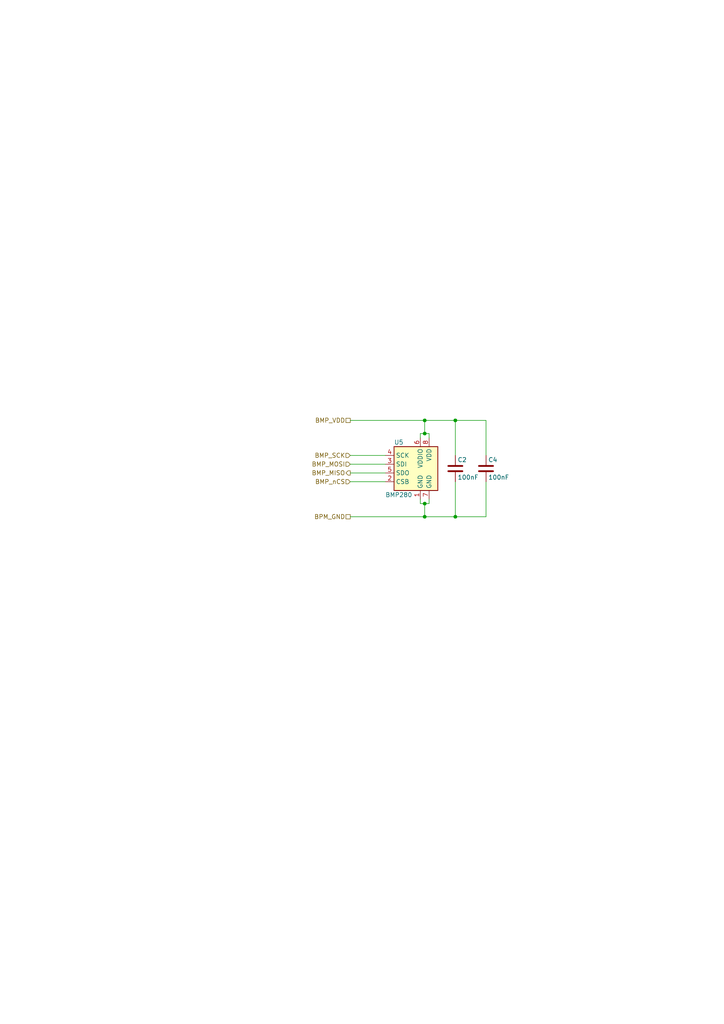
<source format=kicad_sch>
(kicad_sch (version 20230121) (generator eeschema)
  (paper "A4" portrait)
  (title_block (title "RasPi Zero NAV Hat") (date "2023-05-12") (rev "0.1") (company "chipiki.ru") (comment 1 "RasPi Zero NAV Hat") (comment 2 "Denis Tsekh"))
  (lib_symbols
    (symbol "Device:C" (pin_numbers hide) (pin_names (offset 0.254))
      (property "Reference" "C" (at 0.635 2.54 0))
      (property "Value" "C" (at 0.635 -2.54 0))
      (symbol "C_0_1"
        (polyline (pts (xy -2.032 -0.762) (xy 2.032 -0.762)) (stroke (width 0.508)))
        (polyline (pts (xy -2.032 0.762) (xy 2.032 0.762)) (stroke (width 0.508)))
      )
      (symbol "C_1_1"
        (pin passive line (at 0 3.81 270) (length 2.794) (name "~") (number "1"))
        (pin passive line (at 0 -3.81 90) (length 2.794) (name "~") (number "2"))
      )
    )
    (symbol "Sensor_Pressure:BMP280"
      (property "Reference" "U" (at -7.62 10.16 0))
      (property "Value" "BMP280" (at 5.08 10.16 0))
      (symbol "BMP280_0_1"
        (rectangle (start -7.62 -5.08) (end 5.08 7.62) (stroke (width 0.254)) (fill (type background)))
      )
      (symbol "BMP280_1_1"
        (pin power_in line (at 0 -7.62 90) (length 2.54) (name "GND") (number "1"))
        (pin input line (at -10.16 -2.54 0) (length 2.54) (name "CSB") (number "2"))
        (pin bidirectional line (at -10.16 2.54 0) (length 2.54) (name "SDI") (number "3"))
        (pin input line (at -10.16 5.08 0) (length 2.54) (name "SCK") (number "4"))
        (pin bidirectional line (at -10.16 0 0) (length 2.54) (name "SDO") (number "5"))
        (pin power_in line (at 0 10.16 270) (length 2.54) (name "VDDIO") (number "6"))
        (pin power_in line (at 2.54 -7.62 90) (length 2.54) (name "GND") (number "7"))
        (pin power_in line (at 2.54 10.16 270) (length 2.54) (name "VDD") (number "8"))
      )
    )
  )
  (junction (at 123.19 125.73))
  (junction (at 132.08 149.86))
  (junction (at 123.19 149.86))
  (junction (at 123.19 121.92))
  (junction (at 132.08 121.92))
  (junction (at 123.19 146.05))
  (wire (pts (xy 140.97 121.92) (xy 140.97 132.08)))
  (wire (pts (xy 123.19 121.92) (xy 123.19 125.73)))
  (wire (pts (xy 111.76 132.08) (xy 101.6 132.08)))
  (wire (pts (xy 132.08 149.86) (xy 132.08 139.7)))
  (wire (pts (xy 132.08 121.92) (xy 132.08 132.08)))
  (wire (pts (xy 123.19 125.73) (xy 124.46 125.73)))
  (wire (pts (xy 123.19 121.92) (xy 101.6 121.92)))
  (wire (pts (xy 123.19 125.73) (xy 121.92 125.73)))
  (wire (pts (xy 111.76 134.62) (xy 101.6 134.62)))
  (wire (pts (xy 121.92 125.73) (xy 121.92 127)))
  (wire (pts (xy 123.19 149.86) (xy 101.6 149.86)))
  (wire (pts (xy 111.76 137.16) (xy 101.6 137.16)))
  (wire (pts (xy 123.19 146.05) (xy 121.92 146.05)))
  (wire (pts (xy 132.08 121.92) (xy 140.97 121.92)))
  (wire (pts (xy 132.08 149.86) (xy 140.97 149.86)))
  (wire (pts (xy 111.76 139.7) (xy 101.6 139.7)))
  (wire (pts (xy 124.46 125.73) (xy 124.46 127)))
  (wire (pts (xy 123.19 146.05) (xy 124.46 146.05)))
  (wire (pts (xy 121.92 146.05) (xy 121.92 144.78)))
  (wire (pts (xy 123.19 149.86) (xy 123.19 146.05)))
  (wire (pts (xy 132.08 121.92) (xy 123.19 121.92)))
  (wire (pts (xy 124.46 146.05) (xy 124.46 144.78)))
  (wire (pts (xy 140.97 149.86) (xy 140.97 139.7)))
  (wire (pts (xy 132.08 149.86) (xy 123.19 149.86)))
  (hierarchical_label "BPM_GND" (shape passive) (at 101.6 149.86 180))
  (hierarchical_label "BMP_SCK" (shape input) (at 101.6 132.08 180))
  (hierarchical_label "BMP_MISO" (shape output) (at 101.6 137.16 180))
  (hierarchical_label "BMP_VDD" (shape passive) (at 101.6 121.92 180))
  (hierarchical_label "BMP_MOSI" (shape input) (at 101.6 134.62 180))
  (hierarchical_label "BMP_nCS" (shape input) (at 101.6 139.7 180))
  (symbol (lib_id "Sensor_Pressure:BMP280") (at 121.92 137.16 0) (unit 1)
    (property "Reference" "U5" (at 114.3 128.27 0) (effects (justify left)))
    (property "Value" "BMP280" (at 111.76 143.51 0) (effects (justify left)))
    (property "Footprint" "Package_LGA:Bosch_LGA-8_2x2.5mm_P0.65mm_ClockwisePinNumbering" (effects hide))
    (property "Datasheet" "https://ae-bst.resource.bosch.com/media/_tech/media/datasheets/BST-BMP280-DS001.pdf" (effects hide))
  )
  (symbol (lib_id "Device:C") (at 140.97 135.89 0) (unit 1)
    (property "Reference" "C4" (at 141.605 133.35 0) (effects (justify left)))
    (property "Value" "100nF" (at 141.605 138.43 0) (effects (justify left)))
    (property "Footprint" "Capacitor_SMD:C_0603_1608Metric" (effects hide))
  )
  (symbol (lib_id "Device:C") (at 132.08 135.89 0) (unit 1)
    (property "Reference" "C2" (at 132.715 133.35 0) (effects (justify left)))
    (property "Value" "100nF" (at 132.715 138.43 0) (effects (justify left)))
    (property "Footprint" "Capacitor_SMD:C_0603_1608Metric" (effects hide))
  )
)
</source>
